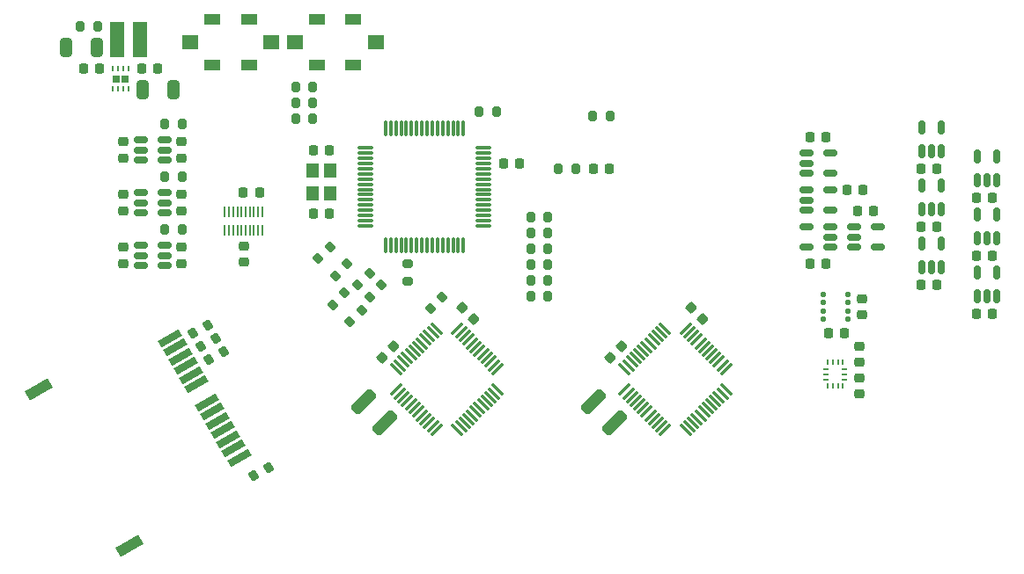
<source format=gtp>
%TF.GenerationSoftware,KiCad,Pcbnew,7.0.1-0*%
%TF.CreationDate,2023-07-11T13:22:56-05:00*%
%TF.ProjectId,plenum,706c656e-756d-42e6-9b69-6361645f7063,2*%
%TF.SameCoordinates,PXbe27330PY316a640*%
%TF.FileFunction,Paste,Top*%
%TF.FilePolarity,Positive*%
%FSLAX46Y46*%
G04 Gerber Fmt 4.6, Leading zero omitted, Abs format (unit mm)*
G04 Created by KiCad (PCBNEW 7.0.1-0) date 2023-07-11 13:22:56*
%MOMM*%
%LPD*%
G01*
G04 APERTURE LIST*
G04 Aperture macros list*
%AMRoundRect*
0 Rectangle with rounded corners*
0 $1 Rounding radius*
0 $2 $3 $4 $5 $6 $7 $8 $9 X,Y pos of 4 corners*
0 Add a 4 corners polygon primitive as box body*
4,1,4,$2,$3,$4,$5,$6,$7,$8,$9,$2,$3,0*
0 Add four circle primitives for the rounded corners*
1,1,$1+$1,$2,$3*
1,1,$1+$1,$4,$5*
1,1,$1+$1,$6,$7*
1,1,$1+$1,$8,$9*
0 Add four rect primitives between the rounded corners*
20,1,$1+$1,$2,$3,$4,$5,0*
20,1,$1+$1,$4,$5,$6,$7,0*
20,1,$1+$1,$6,$7,$8,$9,0*
20,1,$1+$1,$8,$9,$2,$3,0*%
%AMRotRect*
0 Rectangle, with rotation*
0 The origin of the aperture is its center*
0 $1 length*
0 $2 width*
0 $3 Rotation angle, in degrees counterclockwise*
0 Add horizontal line*
21,1,$1,$2,0,0,$3*%
G04 Aperture macros list end*
%ADD10RoundRect,0.200000X0.035705X0.338157X-0.310705X0.138157X-0.035705X-0.338157X0.310705X-0.138157X0*%
%ADD11RoundRect,0.200000X-0.200000X-0.275000X0.200000X-0.275000X0.200000X0.275000X-0.200000X0.275000X0*%
%ADD12RoundRect,0.225000X-0.250000X0.225000X-0.250000X-0.225000X0.250000X-0.225000X0.250000X0.225000X0*%
%ADD13RoundRect,0.150000X0.150000X-0.512500X0.150000X0.512500X-0.150000X0.512500X-0.150000X-0.512500X0*%
%ADD14RoundRect,0.200000X0.200000X0.275000X-0.200000X0.275000X-0.200000X-0.275000X0.200000X-0.275000X0*%
%ADD15RoundRect,0.200000X-0.035705X-0.338157X0.310705X-0.138157X0.035705X0.338157X-0.310705X0.138157X0*%
%ADD16RoundRect,0.225000X0.225000X0.250000X-0.225000X0.250000X-0.225000X-0.250000X0.225000X-0.250000X0*%
%ADD17RoundRect,0.225000X0.250000X-0.225000X0.250000X0.225000X-0.250000X0.225000X-0.250000X-0.225000X0*%
%ADD18RoundRect,0.225000X0.335876X0.017678X0.017678X0.335876X-0.335876X-0.017678X-0.017678X-0.335876X0*%
%ADD19RoundRect,0.150000X0.512500X0.150000X-0.512500X0.150000X-0.512500X-0.150000X0.512500X-0.150000X0*%
%ADD20RoundRect,0.250000X-0.981111X-0.539169X-0.539169X-0.981111X0.981111X0.539169X0.539169X0.981111X0*%
%ADD21RoundRect,0.200000X0.053033X-0.335876X0.335876X-0.053033X-0.053033X0.335876X-0.335876X0.053033X0*%
%ADD22RoundRect,0.225000X-0.017678X0.335876X-0.335876X0.017678X0.017678X-0.335876X0.335876X-0.017678X0*%
%ADD23RoundRect,0.200000X-0.053033X0.335876X-0.335876X0.053033X0.053033X-0.335876X0.335876X-0.053033X0*%
%ADD24RoundRect,0.200000X-0.275000X0.200000X-0.275000X-0.200000X0.275000X-0.200000X0.275000X0.200000X0*%
%ADD25R,0.250000X0.475000*%
%ADD26R,0.475000X0.250000*%
%ADD27RoundRect,0.150000X-0.512500X-0.150000X0.512500X-0.150000X0.512500X0.150000X-0.512500X0.150000X0*%
%ADD28R,1.500000X1.400000*%
%ADD29R,1.500000X1.000000*%
%ADD30RoundRect,0.125000X0.137500X-0.125000X0.137500X0.125000X-0.137500X0.125000X-0.137500X-0.125000X0*%
%ADD31RoundRect,0.075000X-0.521491X0.415425X0.415425X-0.521491X0.521491X-0.415425X-0.415425X0.521491X0*%
%ADD32RoundRect,0.075000X-0.521491X-0.415425X-0.415425X-0.521491X0.521491X0.415425X0.415425X0.521491X0*%
%ADD33RotRect,0.710000X2.290000X120.000000*%
%ADD34RotRect,1.015000X2.540000X120.000000*%
%ADD35RoundRect,0.225000X-0.225000X-0.250000X0.225000X-0.250000X0.225000X0.250000X-0.225000X0.250000X0*%
%ADD36R,0.200000X1.100000*%
%ADD37R,0.200000X1.000000*%
%ADD38RoundRect,0.075000X0.662500X0.075000X-0.662500X0.075000X-0.662500X-0.075000X0.662500X-0.075000X0*%
%ADD39RoundRect,0.075000X0.075000X0.662500X-0.075000X0.662500X-0.075000X-0.662500X0.075000X-0.662500X0*%
%ADD40RoundRect,0.250000X0.325000X0.650000X-0.325000X0.650000X-0.325000X-0.650000X0.325000X-0.650000X0*%
%ADD41R,1.200000X1.400000*%
%ADD42R,1.350000X3.400000*%
%ADD43R,0.650000X0.750000*%
%ADD44R,0.250000X0.500000*%
%ADD45RoundRect,0.250000X-0.325000X-0.650000X0.325000X-0.650000X0.325000X0.650000X-0.325000X0.650000X0*%
G04 APERTURE END LIST*
D10*
%TO.C,R17*%
X-88947529Y-28543500D03*
X-90376471Y-29368500D03*
%TD*%
D11*
%TO.C,R18*%
X-81216000Y-7366000D03*
X-79566000Y-7366000D03*
%TD*%
D12*
%TO.C,C41*%
X-92202000Y-9639000D03*
X-92202000Y-11189000D03*
%TD*%
D13*
%TO.C,U9*%
X-15682000Y-18917500D03*
X-14732000Y-18917500D03*
X-13782000Y-18917500D03*
X-13782000Y-16642500D03*
X-15682000Y-16642500D03*
%TD*%
D11*
%TO.C,R7*%
X-101917000Y1524000D03*
X-100267000Y1524000D03*
%TD*%
D14*
%TO.C,R28*%
X-92139000Y-12954001D03*
X-93789000Y-12954001D03*
%TD*%
D15*
%TO.C,R10*%
X-91138471Y-28098500D03*
X-89709529Y-27273500D03*
%TD*%
D16*
%TO.C,C1*%
X-51041001Y-12192000D03*
X-52591001Y-12192000D03*
%TD*%
D17*
%TO.C,C38*%
X-97790000Y-11189000D03*
X-97790000Y-9639000D03*
%TD*%
%TO.C,C55*%
X-86233000Y-21222000D03*
X-86233000Y-19672000D03*
%TD*%
D18*
%TO.C,C26*%
X-64094992Y-26710008D03*
X-65191008Y-25613992D03*
%TD*%
D19*
%TO.C,U4*%
X-29850500Y-19746000D03*
X-29850500Y-18796000D03*
X-29850500Y-17846000D03*
X-32125500Y-17846000D03*
X-32125500Y-19746000D03*
%TD*%
D20*
%TO.C,RSENSE1*%
X-52596144Y-34652856D03*
X-50527856Y-36721144D03*
%TD*%
D21*
%TO.C,R12*%
X-76251637Y-21387637D03*
X-77418363Y-22554363D03*
%TD*%
D12*
%TO.C,C42*%
X-92202000Y-14719000D03*
X-92202000Y-16269000D03*
%TD*%
D11*
%TO.C,R1*%
X-52641001Y-7111999D03*
X-50991001Y-7111999D03*
%TD*%
D14*
%TO.C,R29*%
X-92138998Y-18034000D03*
X-93788998Y-18034000D03*
%TD*%
D16*
%TO.C,C44*%
X-28434999Y-28067001D03*
X-29984999Y-28067001D03*
%TD*%
D22*
%TO.C,C35*%
X-49870992Y-29296992D03*
X-50967008Y-30393008D03*
%TD*%
D16*
%TO.C,C25*%
X-94475000Y-2540000D03*
X-96025000Y-2540000D03*
%TD*%
D23*
%TO.C,L3*%
X-75259363Y-23443363D03*
X-74092637Y-22276637D03*
%TD*%
D24*
%TO.C,R4*%
X-70485000Y-21400000D03*
X-70485000Y-23050000D03*
%TD*%
D25*
%TO.C,U20*%
X-30086999Y-33166499D03*
X-29586999Y-33166499D03*
X-29086999Y-33166499D03*
X-28586999Y-33166499D03*
D26*
X-28424499Y-32503999D03*
X-28424499Y-32003999D03*
X-28424499Y-31503999D03*
D25*
X-28586999Y-30841499D03*
X-29086999Y-30841499D03*
X-29586999Y-30841499D03*
X-30098999Y-30841499D03*
D26*
X-30249499Y-31503999D03*
X-30249499Y-32003999D03*
X-30249499Y-32503999D03*
%TD*%
D17*
%TO.C,C40*%
X-97790000Y-21349000D03*
X-97790000Y-19799000D03*
%TD*%
D16*
%TO.C,C23*%
X-30213000Y-9144000D03*
X-31763000Y-9144000D03*
%TD*%
D27*
%TO.C,U3*%
X-32125500Y-14290000D03*
X-32125500Y-15240000D03*
X-32125500Y-16190000D03*
X-29850500Y-16190000D03*
X-29850500Y-14290000D03*
%TD*%
D11*
%TO.C,R19*%
X-58610000Y-16891000D03*
X-56960000Y-16891000D03*
%TD*%
D28*
%TO.C,SW1*%
X-83554000Y0D03*
X-91354000Y0D03*
D29*
X-85704000Y-2200000D03*
X-85704000Y2200000D03*
X-89204000Y-2200000D03*
X-89204000Y2200000D03*
%TD*%
D30*
%TO.C,U15*%
X-30524500Y-26726999D03*
X-30524500Y-25926999D03*
X-30524500Y-25126999D03*
X-30524500Y-24326999D03*
X-28149500Y-24326999D03*
X-28149500Y-25126999D03*
X-28149500Y-25926999D03*
X-28149500Y-26726999D03*
%TD*%
D31*
%TO.C,U19*%
X-45702788Y-27624124D03*
X-46056342Y-27977678D03*
X-46409895Y-28331231D03*
X-46763449Y-28684785D03*
X-47117002Y-29038338D03*
X-47470555Y-29391891D03*
X-47824109Y-29745445D03*
X-48177662Y-30098998D03*
X-48531215Y-30452551D03*
X-48884769Y-30806105D03*
X-49238322Y-31159658D03*
X-49591876Y-31513212D03*
D32*
X-49591876Y-33510788D03*
X-49238322Y-33864342D03*
X-48884769Y-34217895D03*
X-48531215Y-34571449D03*
X-48177662Y-34925002D03*
X-47824109Y-35278555D03*
X-47470555Y-35632109D03*
X-47117002Y-35985662D03*
X-46763449Y-36339215D03*
X-46409895Y-36692769D03*
X-46056342Y-37046322D03*
X-45702788Y-37399876D03*
D31*
X-43705212Y-37399876D03*
X-43351658Y-37046322D03*
X-42998105Y-36692769D03*
X-42644551Y-36339215D03*
X-42290998Y-35985662D03*
X-41937445Y-35632109D03*
X-41583891Y-35278555D03*
X-41230338Y-34925002D03*
X-40876785Y-34571449D03*
X-40523231Y-34217895D03*
X-40169678Y-33864342D03*
X-39816124Y-33510788D03*
D32*
X-39816124Y-31513212D03*
X-40169678Y-31159658D03*
X-40523231Y-30806105D03*
X-40876785Y-30452551D03*
X-41230338Y-30098998D03*
X-41583891Y-29745445D03*
X-41937445Y-29391891D03*
X-42290998Y-29038338D03*
X-42644551Y-28684785D03*
X-42998105Y-28331231D03*
X-43351658Y-27977678D03*
X-43705212Y-27624124D03*
%TD*%
D33*
%TO.C,J5*%
X-86663520Y-40042348D03*
X-87173520Y-39159003D03*
X-87683520Y-38275657D03*
X-88193520Y-37392311D03*
X-88703520Y-36508965D03*
X-89213520Y-35625619D03*
X-89723520Y-34742273D03*
X-90743520Y-32975581D03*
X-91253520Y-32092235D03*
X-91763520Y-31208889D03*
X-92273520Y-30325543D03*
X-92783520Y-29442197D03*
X-93293520Y-28558852D03*
D34*
X-97199600Y-48573322D03*
X-105937100Y-33439528D03*
%TD*%
D35*
%TO.C,C22*%
X-28207000Y-14224000D03*
X-26657000Y-14224000D03*
%TD*%
D11*
%TO.C,R23*%
X-58610000Y-24511000D03*
X-56960000Y-24511000D03*
%TD*%
D36*
%TO.C,U17*%
X-88033000Y-18122000D03*
D37*
X-87633000Y-18172000D03*
X-87233000Y-18172000D03*
X-86833000Y-18172000D03*
X-86433000Y-18172000D03*
X-86033000Y-18172000D03*
X-85633000Y-18172000D03*
X-85233000Y-18172000D03*
X-84833000Y-18172000D03*
X-84433000Y-18172000D03*
X-84433000Y-16372000D03*
X-84833000Y-16372000D03*
X-85233000Y-16372000D03*
X-85633000Y-16372000D03*
X-86033000Y-16372000D03*
X-86433000Y-16372000D03*
X-86833000Y-16372000D03*
X-87233000Y-16372000D03*
X-87633000Y-16372000D03*
X-88033000Y-16372000D03*
%TD*%
D13*
%TO.C,U6*%
X-21016000Y-10535500D03*
X-20066000Y-10535500D03*
X-19116000Y-10535500D03*
X-19116000Y-8260500D03*
X-21016000Y-8260500D03*
%TD*%
D17*
%TO.C,C45*%
X-26796999Y-26301999D03*
X-26796999Y-24751999D03*
%TD*%
D23*
%TO.C,R13*%
X-79069363Y-20903363D03*
X-77902637Y-19736637D03*
%TD*%
D16*
%TO.C,C2*%
X-77965000Y-10414000D03*
X-79515000Y-10414000D03*
%TD*%
D22*
%TO.C,C34*%
X-71841992Y-29296992D03*
X-72938008Y-30393008D03*
%TD*%
D35*
%TO.C,C56*%
X-86246000Y-14478000D03*
X-84696000Y-14478000D03*
%TD*%
D38*
%TO.C,U1*%
X-63171500Y-17720000D03*
X-63171500Y-17220000D03*
X-63171500Y-16720000D03*
X-63171500Y-16220000D03*
X-63171500Y-15720000D03*
X-63171500Y-15220000D03*
X-63171500Y-14720000D03*
X-63171500Y-14220000D03*
X-63171500Y-13720000D03*
X-63171500Y-13220000D03*
X-63171500Y-12720000D03*
X-63171500Y-12220000D03*
X-63171500Y-11720000D03*
X-63171500Y-11220000D03*
X-63171500Y-10720000D03*
X-63171500Y-10220000D03*
D39*
X-65084000Y-8307500D03*
X-65584000Y-8307500D03*
X-66084000Y-8307500D03*
X-66584000Y-8307500D03*
X-67084000Y-8307500D03*
X-67584000Y-8307500D03*
X-68084000Y-8307500D03*
X-68584000Y-8307500D03*
X-69084000Y-8307500D03*
X-69584000Y-8307500D03*
X-70084000Y-8307500D03*
X-70584000Y-8307500D03*
X-71084000Y-8307500D03*
X-71584000Y-8307500D03*
X-72084000Y-8307500D03*
X-72584000Y-8307500D03*
D38*
X-74496500Y-10220000D03*
X-74496500Y-10720000D03*
X-74496500Y-11220000D03*
X-74496500Y-11720000D03*
X-74496500Y-12220000D03*
X-74496500Y-12720000D03*
X-74496500Y-13220000D03*
X-74496500Y-13720000D03*
X-74496500Y-14220000D03*
X-74496500Y-14720000D03*
X-74496500Y-15220000D03*
X-74496500Y-15720000D03*
X-74496500Y-16220000D03*
X-74496500Y-16720000D03*
X-74496500Y-17220000D03*
X-74496500Y-17720000D03*
D39*
X-72584000Y-19632500D03*
X-72084000Y-19632500D03*
X-71584000Y-19632500D03*
X-71084000Y-19632500D03*
X-70584000Y-19632500D03*
X-70084000Y-19632500D03*
X-69584000Y-19632500D03*
X-69084000Y-19632500D03*
X-68584000Y-19632500D03*
X-68084000Y-19632500D03*
X-67584000Y-19632500D03*
X-67084000Y-19632500D03*
X-66584000Y-19632500D03*
X-66084000Y-19632500D03*
X-65584000Y-19632500D03*
X-65084000Y-19632500D03*
%TD*%
D12*
%TO.C,C43*%
X-92202000Y-19799000D03*
X-92202000Y-21349000D03*
%TD*%
D19*
%TO.C,U13*%
X-93858500Y-16444000D03*
X-93858500Y-15494000D03*
X-93858500Y-14544000D03*
X-96133500Y-14544000D03*
X-96133500Y-15494000D03*
X-96133500Y-16444000D03*
%TD*%
D15*
%TO.C,R6*%
X-85296471Y-41814500D03*
X-83867529Y-40989500D03*
%TD*%
D35*
%TO.C,C12*%
X-21095000Y-12192000D03*
X-19545000Y-12192000D03*
%TD*%
D17*
%TO.C,C39*%
X-97790000Y-16269000D03*
X-97790000Y-14719000D03*
%TD*%
D20*
%TO.C,RSENSE2*%
X-74694144Y-34652856D03*
X-72625856Y-36721144D03*
%TD*%
D11*
%TO.C,R22*%
X-58610000Y-21463001D03*
X-56960000Y-21463001D03*
%TD*%
D10*
%TO.C,R16*%
X-88185529Y-29813500D03*
X-89614471Y-30638500D03*
%TD*%
D40*
%TO.C,C19*%
X-93013000Y-4572000D03*
X-95963000Y-4572000D03*
%TD*%
D35*
%TO.C,C17*%
X-21095000Y-23368000D03*
X-19545000Y-23368000D03*
%TD*%
D13*
%TO.C,U10*%
X-21016000Y-21711500D03*
X-20066000Y-21711500D03*
X-19116000Y-21711500D03*
X-19116000Y-19436500D03*
X-21016000Y-19436500D03*
%TD*%
D35*
%TO.C,C13*%
X-15761000Y-14986000D03*
X-14211000Y-14986000D03*
%TD*%
D16*
%TO.C,C20*%
X-25654000Y-16256000D03*
X-27204000Y-16256000D03*
%TD*%
D14*
%TO.C,R2*%
X-61913000Y-6731000D03*
X-63563000Y-6731000D03*
%TD*%
D31*
%TO.C,U18*%
X-67673788Y-27624124D03*
X-68027342Y-27977678D03*
X-68380895Y-28331231D03*
X-68734449Y-28684785D03*
X-69088002Y-29038338D03*
X-69441555Y-29391891D03*
X-69795109Y-29745445D03*
X-70148662Y-30098998D03*
X-70502215Y-30452551D03*
X-70855769Y-30806105D03*
X-71209322Y-31159658D03*
X-71562876Y-31513212D03*
D32*
X-71562876Y-33510788D03*
X-71209322Y-33864342D03*
X-70855769Y-34217895D03*
X-70502215Y-34571449D03*
X-70148662Y-34925002D03*
X-69795109Y-35278555D03*
X-69441555Y-35632109D03*
X-69088002Y-35985662D03*
X-68734449Y-36339215D03*
X-68380895Y-36692769D03*
X-68027342Y-37046322D03*
X-67673788Y-37399876D03*
D31*
X-65676212Y-37399876D03*
X-65322658Y-37046322D03*
X-64969105Y-36692769D03*
X-64615551Y-36339215D03*
X-64261998Y-35985662D03*
X-63908445Y-35632109D03*
X-63554891Y-35278555D03*
X-63201338Y-34925002D03*
X-62847785Y-34571449D03*
X-62494231Y-34217895D03*
X-62140678Y-33864342D03*
X-61787124Y-33510788D03*
D32*
X-61787124Y-31513212D03*
X-62140678Y-31159658D03*
X-62494231Y-30806105D03*
X-62847785Y-30452551D03*
X-63201338Y-30098998D03*
X-63554891Y-29745445D03*
X-63908445Y-29391891D03*
X-64261998Y-29038338D03*
X-64615551Y-28684785D03*
X-64969105Y-28331231D03*
X-65322658Y-27977678D03*
X-65676212Y-27624124D03*
%TD*%
D23*
%TO.C,R5*%
X-67107637Y-24562637D03*
X-68274363Y-25729363D03*
%TD*%
D35*
%TO.C,C18*%
X-15761000Y-26162000D03*
X-14211000Y-26162000D03*
%TD*%
D19*
%TO.C,U12*%
X-93858500Y-11364000D03*
X-93858500Y-10414000D03*
X-93858500Y-9464000D03*
X-96133500Y-9464000D03*
X-96133500Y-10414000D03*
X-96133500Y-11364000D03*
%TD*%
D11*
%TO.C,R21*%
X-58610000Y-19939000D03*
X-56960000Y-19939000D03*
%TD*%
D17*
%TO.C,C46*%
X-27051000Y-30874001D03*
X-27051000Y-29324001D03*
%TD*%
D14*
%TO.C,R27*%
X-92138998Y-7874000D03*
X-93788998Y-7874000D03*
%TD*%
D35*
%TO.C,C14*%
X-21095000Y-17780000D03*
X-19545000Y-17780000D03*
%TD*%
D11*
%TO.C,R24*%
X-58610000Y-22987000D03*
X-56960000Y-22987000D03*
%TD*%
D41*
%TO.C,Y1*%
X-79590000Y-12362000D03*
X-79590000Y-14562000D03*
X-77890000Y-14562000D03*
X-77890000Y-12362000D03*
%TD*%
D14*
%TO.C,R3*%
X-54293000Y-12192000D03*
X-55943000Y-12192000D03*
%TD*%
D35*
%TO.C,C24*%
X-101613000Y-2540000D03*
X-100063000Y-2540000D03*
%TD*%
D17*
%TO.C,C47*%
X-27050999Y-33922001D03*
X-27050999Y-32372001D03*
%TD*%
D27*
%TO.C,U5*%
X-27553500Y-17846000D03*
X-27553500Y-18796000D03*
X-27553500Y-19746000D03*
X-25278500Y-19746000D03*
X-25278500Y-17846000D03*
%TD*%
D42*
%TO.C,L2*%
X-98357000Y254000D03*
X-96207000Y254000D03*
%TD*%
D13*
%TO.C,U11*%
X-15682000Y-24505500D03*
X-14732000Y-24505500D03*
X-13782000Y-24505500D03*
X-13782000Y-22230500D03*
X-15682000Y-22230500D03*
%TD*%
%TO.C,U8*%
X-21016000Y-16123500D03*
X-20066000Y-16123500D03*
X-19116000Y-16123500D03*
X-19116000Y-13848500D03*
X-21016000Y-13848500D03*
%TD*%
D11*
%TO.C,R15*%
X-81216000Y-4318000D03*
X-79566000Y-4318000D03*
%TD*%
D43*
%TO.C,U16*%
X-98448000Y-3556000D03*
X-97648000Y-3556000D03*
D44*
X-98798000Y-4506000D03*
X-98298000Y-4506000D03*
X-97798000Y-4506000D03*
X-97298000Y-4506000D03*
X-97298000Y-2606000D03*
X-97798000Y-2606000D03*
X-98298000Y-2606000D03*
X-98798000Y-2606000D03*
%TD*%
D35*
%TO.C,C21*%
X-31763000Y-21336000D03*
X-30213000Y-21336000D03*
%TD*%
%TO.C,C3*%
X-79515000Y-16510000D03*
X-77965000Y-16510000D03*
%TD*%
D11*
%TO.C,R20*%
X-58610000Y-18415000D03*
X-56960000Y-18415000D03*
%TD*%
D19*
%TO.C,U14*%
X-93858500Y-21524000D03*
X-93858500Y-20574000D03*
X-93858500Y-19624000D03*
X-96133500Y-19624000D03*
X-96133500Y-20574000D03*
X-96133500Y-21524000D03*
%TD*%
D11*
%TO.C,R14*%
X-81216000Y-5842000D03*
X-79566000Y-5842000D03*
%TD*%
D13*
%TO.C,U7*%
X-15682000Y-13329500D03*
X-14732000Y-13329500D03*
X-13782000Y-13329500D03*
X-13782000Y-11054500D03*
X-15682000Y-11054500D03*
%TD*%
D27*
%TO.C,U2*%
X-32125500Y-10734000D03*
X-32125500Y-11684000D03*
X-32125500Y-12634000D03*
X-29850500Y-12634000D03*
X-29850500Y-10734000D03*
%TD*%
D18*
%TO.C,C27*%
X-42123992Y-26710008D03*
X-43220008Y-25613992D03*
%TD*%
D45*
%TO.C,C15*%
X-103329000Y-508000D03*
X-100379000Y-508000D03*
%TD*%
D23*
%TO.C,L1*%
X-72949637Y-23419637D03*
X-74116363Y-24586363D03*
%TD*%
D35*
%TO.C,C16*%
X-15761000Y-20574000D03*
X-14211000Y-20574000D03*
%TD*%
D28*
%TO.C,SW2*%
X-73521000Y0D03*
X-81321000Y0D03*
D29*
X-75671000Y-2200000D03*
X-75671000Y2200000D03*
X-79171000Y-2200000D03*
X-79171000Y2200000D03*
%TD*%
D21*
%TO.C,R8*%
X-76021363Y-26999363D03*
X-74854637Y-25832637D03*
%TD*%
D35*
%TO.C,C54*%
X-59677000Y-11684000D03*
X-61227000Y-11684000D03*
%TD*%
D23*
%TO.C,R9*%
X-76505637Y-24181637D03*
X-77672363Y-25348363D03*
%TD*%
M02*

</source>
